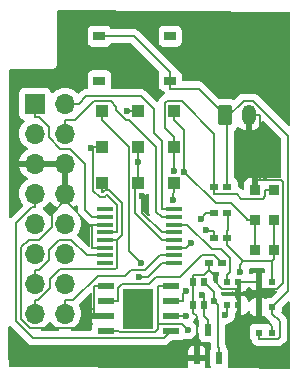
<source format=gbr>
%TF.GenerationSoftware,KiCad,Pcbnew,8.0.0*%
%TF.CreationDate,2024-04-03T23:18:40+02:00*%
%TF.ProjectId,PowerSubsystem,506f7765-7253-4756-9273-797374656d2e,rev?*%
%TF.SameCoordinates,Original*%
%TF.FileFunction,Copper,L1,Top*%
%TF.FilePolarity,Positive*%
%FSLAX46Y46*%
G04 Gerber Fmt 4.6, Leading zero omitted, Abs format (unit mm)*
G04 Created by KiCad (PCBNEW 8.0.0) date 2024-04-03 23:18:40*
%MOMM*%
%LPD*%
G01*
G04 APERTURE LIST*
G04 Aperture macros list*
%AMRoundRect*
0 Rectangle with rounded corners*
0 $1 Rounding radius*
0 $2 $3 $4 $5 $6 $7 $8 $9 X,Y pos of 4 corners*
0 Add a 4 corners polygon primitive as box body*
4,1,4,$2,$3,$4,$5,$6,$7,$8,$9,$2,$3,0*
0 Add four circle primitives for the rounded corners*
1,1,$1+$1,$2,$3*
1,1,$1+$1,$4,$5*
1,1,$1+$1,$6,$7*
1,1,$1+$1,$8,$9*
0 Add four rect primitives between the rounded corners*
20,1,$1+$1,$2,$3,$4,$5,0*
20,1,$1+$1,$4,$5,$6,$7,0*
20,1,$1+$1,$6,$7,$8,$9,0*
20,1,$1+$1,$8,$9,$2,$3,0*%
G04 Aperture macros list end*
%TA.AperFunction,SMDPad,CuDef*%
%ADD10R,0.990600X0.762000*%
%TD*%
%TA.AperFunction,SMDPad,CuDef*%
%ADD11R,1.000000X1.000000*%
%TD*%
%TA.AperFunction,SMDPad,CuDef*%
%ADD12R,0.900000X0.950000*%
%TD*%
%TA.AperFunction,ComponentPad*%
%ADD13RoundRect,0.250000X-0.350000X-0.625000X0.350000X-0.625000X0.350000X0.625000X-0.350000X0.625000X0*%
%TD*%
%TA.AperFunction,ComponentPad*%
%ADD14O,1.200000X1.750000*%
%TD*%
%TA.AperFunction,SMDPad,CuDef*%
%ADD15R,0.750000X0.600000*%
%TD*%
%TA.AperFunction,SMDPad,CuDef*%
%ADD16R,0.482600X1.117600*%
%TD*%
%TA.AperFunction,SMDPad,CuDef*%
%ADD17R,0.605600X0.500000*%
%TD*%
%TA.AperFunction,SMDPad,CuDef*%
%ADD18R,1.475000X0.450000*%
%TD*%
%TA.AperFunction,ComponentPad*%
%ADD19R,1.700000X1.700000*%
%TD*%
%TA.AperFunction,ComponentPad*%
%ADD20O,1.700000X1.700000*%
%TD*%
%TA.AperFunction,SMDPad,CuDef*%
%ADD21R,0.610000X0.630000*%
%TD*%
%TA.AperFunction,SMDPad,CuDef*%
%ADD22R,1.460500X0.558800*%
%TD*%
%TA.AperFunction,SMDPad,CuDef*%
%ADD23R,2.514600X3.403600*%
%TD*%
%TA.AperFunction,SMDPad,CuDef*%
%ADD24R,0.620000X0.640000*%
%TD*%
%TA.AperFunction,SMDPad,CuDef*%
%ADD25R,0.600000X0.620000*%
%TD*%
%TA.AperFunction,ViaPad*%
%ADD26C,0.600000*%
%TD*%
%TA.AperFunction,Conductor*%
%ADD27C,0.200000*%
%TD*%
G04 APERTURE END LIST*
D10*
%TO.P,SW1,1,1*%
%TO.N,/+BATT*%
X121106398Y-67698300D03*
%TO.P,SW1,2,2*%
%TO.N,unconnected-(SW1-Pad2)*%
X127106402Y-67698300D03*
%TO.P,SW1,3,3*%
%TO.N,unconnected-(SW1-Pad3)*%
X121106398Y-71448300D03*
%TO.P,SW1,4,4*%
%TO.N,/+BATT*%
X127106402Y-71448300D03*
%TD*%
D11*
%TO.P,TP_3V3,1,1*%
%TO.N,/BATT_ADC*%
X127460000Y-77070000D03*
%TD*%
D12*
%TO.P,R1,1,1*%
%TO.N,GND*%
X134310000Y-80680000D03*
%TO.P,R1,2,2*%
%TO.N,/BATT_ADC*%
X135910000Y-80680000D03*
%TD*%
D13*
%TO.P,J2,1,Pin_1*%
%TO.N,/+BATT*%
X131760000Y-74380000D03*
D14*
%TO.P,J2,2,Pin_2*%
%TO.N,GND*%
X133760000Y-74380000D03*
%TD*%
D11*
%TO.P,TP1_motor2B1,1,1*%
%TO.N,/Motor2B*%
X124410000Y-74020000D03*
%TD*%
D15*
%TO.P,R7,1,1*%
%TO.N,GND*%
X130345000Y-86880000D03*
%TO.P,R7,2,2*%
%TO.N,Net-(U1-PROG)*%
X131445000Y-86880000D03*
%TD*%
D11*
%TO.P,TP1_motor2A1,1,1*%
%TO.N,/Motor2A*%
X121360000Y-80120000D03*
%TD*%
D15*
%TO.P,R6,1,1*%
%TO.N,Net-(U1-\u002ASTDBY)*%
X130835000Y-84780000D03*
%TO.P,R6,2,2*%
%TO.N,Net-(U1-CE)*%
X131935000Y-84780000D03*
%TD*%
D16*
%TO.P,U2,1,VSS*%
%TO.N,GND*%
X129339999Y-94957600D03*
%TO.P,U2,2,VOUT*%
%TO.N,Net-(U2-VOUT)*%
X131240001Y-94957600D03*
%TO.P,U2,3,VIN*%
%TO.N,VCC2*%
X130290000Y-92570000D03*
%TD*%
D11*
%TO.P,TP1_3.3v1,1,1*%
%TO.N,Net-(U2-VOUT)*%
X121360000Y-74020000D03*
%TD*%
%TO.P,TP2_+BATT1,1,1*%
%TO.N,/+BATT*%
X124410000Y-77070000D03*
%TD*%
%TO.P,TP1_motor1B1,1,1*%
%TO.N,/Motor1B*%
X121360000Y-77070000D03*
%TD*%
%TO.P,TP7_5V_1,1,1*%
%TO.N,VCC1*%
X127460000Y-74020000D03*
%TD*%
%TO.P,TP_5V_2,1,1*%
%TO.N,VCC2*%
X127460000Y-80120000D03*
%TD*%
D15*
%TO.P,R5,1,1*%
%TO.N,Net-(U1-\u002ACHRG)*%
X130835000Y-82630000D03*
%TO.P,R5,2,2*%
%TO.N,Net-(U1-CE)*%
X131935000Y-82630000D03*
%TD*%
%TO.P,R4,1,1*%
%TO.N,/BATT_ADC*%
X130835000Y-80480000D03*
%TO.P,R4,2,2*%
%TO.N,/+BATT*%
X131935000Y-80480000D03*
%TD*%
D12*
%TO.P,R3,1,1*%
%TO.N,VCC1*%
X134310000Y-85780000D03*
%TO.P,R3,2,2*%
%TO.N,Net-(U1-CE)*%
X135910000Y-85780000D03*
%TD*%
D17*
%TO.P,C1,1*%
%TO.N,GND*%
X134624400Y-88469200D03*
%TO.P,C1,2*%
%TO.N,Net-(U1-CE)*%
X135730000Y-88469200D03*
%TD*%
D18*
%TO.P,IC1,1,NSLEEP*%
%TO.N,unconnected-(IC1-NSLEEP-Pad1)*%
X121550000Y-82350000D03*
%TO.P,IC1,2,AOUT1*%
%TO.N,/Motor1A*%
X121550000Y-83000000D03*
%TO.P,IC1,3,AISEN*%
%TO.N,GND*%
X121550000Y-83650000D03*
%TO.P,IC1,4,AOUT2*%
%TO.N,/Motor1B*%
X121550000Y-84300000D03*
%TO.P,IC1,5,BOUT2*%
%TO.N,/Motor2A*%
X121550000Y-84950000D03*
%TO.P,IC1,6,BISEN*%
%TO.N,GND*%
X121550000Y-85600000D03*
%TO.P,IC1,7,BOUT1*%
%TO.N,/Motor2B*%
X121550000Y-86250000D03*
%TO.P,IC1,8,NFAULT*%
%TO.N,unconnected-(IC1-NFAULT-Pad8)*%
X121550000Y-86900000D03*
%TO.P,IC1,9,BIN1*%
%TO.N,/PWM3*%
X127426000Y-86900000D03*
%TO.P,IC1,10,BIN2*%
%TO.N,/PWM4*%
X127426000Y-86250000D03*
%TO.P,IC1,11,VCP*%
%TO.N,Net-(IC1-VCP)*%
X127426000Y-85600000D03*
%TO.P,IC1,12,VM*%
%TO.N,/+BATT*%
X127426000Y-84950000D03*
%TO.P,IC1,13,GND*%
%TO.N,GND*%
X127426000Y-84300000D03*
%TO.P,IC1,14,VINT*%
%TO.N,Net-(IC1-VINT)*%
X127426000Y-83650000D03*
%TO.P,IC1,15,AIN2*%
%TO.N,/PWM2*%
X127426000Y-83000000D03*
%TO.P,IC1,16,AIN1*%
%TO.N,/PWM1*%
X127426000Y-82350000D03*
%TD*%
D12*
%TO.P,R2,1,1*%
%TO.N,VCC1*%
X134310000Y-83230000D03*
%TO.P,R2,2,2*%
%TO.N,Net-(U1-CE)*%
X135910000Y-83230000D03*
%TD*%
D17*
%TO.P,C6,1*%
%TO.N,/+BATT*%
X134624400Y-92790000D03*
%TO.P,C6,2*%
%TO.N,GND*%
X135730000Y-92790000D03*
%TD*%
D19*
%TO.P,J1,1,Pin_1*%
%TO.N,/Motor1A*%
X115660000Y-73410000D03*
D20*
%TO.P,J1,2,Pin_2*%
%TO.N,/PWM1*%
X118200000Y-73410000D03*
%TO.P,J1,3,Pin_3*%
%TO.N,/Motor1B*%
X115660000Y-75950000D03*
%TO.P,J1,4,Pin_4*%
%TO.N,/PWM2*%
X118200000Y-75950000D03*
%TO.P,J1,5,Pin_5*%
%TO.N,GND*%
X115660000Y-78490000D03*
%TO.P,J1,6,Pin_6*%
X118200000Y-78490000D03*
%TO.P,J1,7,Pin_7*%
%TO.N,/+BATT*%
X115660000Y-81030000D03*
%TO.P,J1,8,Pin_8*%
%TO.N,GND*%
X118200000Y-81030000D03*
%TO.P,J1,9,Pin_9*%
%TO.N,/PD7*%
X115660000Y-83570000D03*
%TO.P,J1,10,Pin_10*%
%TO.N,/BATT_ADC*%
X118200000Y-83570000D03*
%TO.P,J1,11,Pin_11*%
%TO.N,VCC1*%
X115660000Y-86110000D03*
%TO.P,J1,12,Pin_12*%
%TO.N,VCC2*%
X118200000Y-86110000D03*
%TO.P,J1,13,Pin_13*%
%TO.N,/Motor2B*%
X115660000Y-88650000D03*
%TO.P,J1,14,Pin_14*%
%TO.N,/PWM3*%
X118200000Y-88650000D03*
%TO.P,J1,15,Pin_15*%
%TO.N,/Motor2A*%
X115660000Y-91190000D03*
%TO.P,J1,16,Pin_16*%
%TO.N,/PWM4*%
X118200000Y-91190000D03*
%TD*%
D21*
%TO.P,C3,1,1*%
%TO.N,Net-(IC1-VINT)*%
X131945000Y-88500000D03*
%TO.P,C3,2,2*%
%TO.N,GND*%
X132865000Y-88500000D03*
%TD*%
D22*
%TO.P,U1,1,TEMP*%
%TO.N,GND*%
X121681750Y-88850000D03*
%TO.P,U1,2,PROG*%
%TO.N,Net-(U1-PROG)*%
X121681750Y-90120000D03*
%TO.P,U1,3,GND*%
%TO.N,GND*%
X121681750Y-91390000D03*
%TO.P,U1,4,VCC*%
%TO.N,Net-(U1-CE)*%
X121681750Y-92660000D03*
%TO.P,U1,5,BAT*%
%TO.N,/+BATT*%
X127130050Y-92660000D03*
%TO.P,U1,6,\u002ASTDBY*%
%TO.N,Net-(U1-\u002ASTDBY)*%
X127130050Y-91390000D03*
%TO.P,U1,7,\u002ACHRG*%
%TO.N,Net-(U1-\u002ACHRG)*%
X127130050Y-90120000D03*
%TO.P,U1,8,CE*%
%TO.N,Net-(U1-CE)*%
X127130050Y-88850000D03*
D23*
%TO.P,U1,EPAD,EPAD*%
%TO.N,unconnected-(U1-PadEPAD)*%
X124405900Y-90755000D03*
%TD*%
D17*
%TO.P,C2,1*%
%TO.N,GND*%
X134624400Y-90629600D03*
%TO.P,C2,2*%
%TO.N,/+BATT*%
X135730000Y-90629600D03*
%TD*%
D24*
%TO.P,C4,1,1*%
%TO.N,GND*%
X129060000Y-88500000D03*
%TO.P,C4,2,2*%
%TO.N,Net-(U2-VOUT)*%
X129980000Y-88500000D03*
%TD*%
D11*
%TO.P,TP6_+BATT1,1,1*%
%TO.N,/+BATT*%
X124410000Y-80120000D03*
%TD*%
D24*
%TO.P,C5,1,1*%
%TO.N,GND*%
X129060000Y-90490000D03*
%TO.P,C5,2,2*%
%TO.N,VCC2*%
X129980000Y-90490000D03*
%TD*%
D25*
%TO.P,C7,1,1*%
%TO.N,Net-(IC1-VCP)*%
X131940000Y-90480000D03*
%TO.P,C7,2,2*%
%TO.N,GND*%
X132860000Y-90480000D03*
%TD*%
D26*
%TO.N,Net-(U2-VOUT)*%
X124624000Y-86892500D03*
X130812800Y-90128500D03*
%TO.N,/+BATT*%
X124410000Y-78334000D03*
%TO.N,Net-(IC1-VCP)*%
X131760400Y-91294900D03*
X128837600Y-85227600D03*
%TO.N,/PWM3*%
X124480200Y-88104100D03*
%TO.N,/Motor1B*%
X120350300Y-77147400D03*
%TO.N,/Motor2B*%
X123406900Y-74002500D03*
%TO.N,/BATT_ADC*%
X127438200Y-79109500D03*
%TO.N,Net-(U1-\u002ACHRG)*%
X128424600Y-89288000D03*
X129669500Y-83164600D03*
%TO.N,Net-(U1-\u002ASTDBY)*%
X128395600Y-91393300D03*
X130131200Y-84076200D03*
%TO.N,VCC2*%
X129792100Y-89641000D03*
X127292700Y-81596300D03*
%TO.N,GND*%
X124730200Y-81219400D03*
%TO.N,VCC1*%
X128261700Y-79183100D03*
%TO.N,Net-(U1-CE)*%
X132991700Y-87655800D03*
X128563000Y-92569100D03*
%TD*%
D27*
%TO.N,Net-(IC1-VINT)*%
X128553600Y-83650000D02*
X127426000Y-83650000D01*
X132160200Y-86488600D02*
X131372600Y-85701000D01*
X132160200Y-87668100D02*
X132160200Y-86488600D01*
X131945000Y-88500000D02*
X131945000Y-87883300D01*
X131372600Y-85701000D02*
X130604600Y-85701000D01*
X131945000Y-87883300D02*
X132160200Y-87668100D01*
X130604600Y-85701000D02*
X128553600Y-83650000D01*
%TO.N,Net-(U2-VOUT)*%
X121360000Y-74821700D02*
X123603800Y-77065500D01*
X130812800Y-90128500D02*
X130812800Y-89332800D01*
X130812800Y-89332800D02*
X129980000Y-88500000D01*
X121360000Y-74020000D02*
X121360000Y-74821700D01*
X131156500Y-94013600D02*
X131156500Y-90472200D01*
X131240000Y-94957600D02*
X131240000Y-94097100D01*
X123603800Y-77065500D02*
X123603800Y-85872300D01*
X131240000Y-94097100D02*
X131156500Y-94013600D01*
X123603800Y-85872300D02*
X124624000Y-86892500D01*
X131156500Y-90472200D02*
X130812800Y-90128500D01*
%TO.N,/+BATT*%
X124039100Y-67698300D02*
X127106400Y-70765600D01*
X115470700Y-93258700D02*
X126531400Y-93258700D01*
X114058900Y-91846900D02*
X115470700Y-93258700D01*
X121106400Y-67698300D02*
X124039100Y-67698300D01*
X133311600Y-73178400D02*
X131935000Y-74555000D01*
X137095100Y-89271000D02*
X137095100Y-76125600D01*
X135730000Y-91181300D02*
X136387000Y-91838300D01*
X127426000Y-84950000D02*
X126386800Y-84950000D01*
X136387000Y-93148100D02*
X136193400Y-93341700D01*
X124410000Y-80120000D02*
X124128000Y-80402000D01*
X115660000Y-82181700D02*
X115372100Y-82181700D01*
X131935000Y-74555000D02*
X131760000Y-74380000D01*
X129511000Y-72131000D02*
X127106400Y-72131000D01*
X131760000Y-74380000D02*
X129511000Y-72131000D01*
X126531400Y-93258700D02*
X127130100Y-92660000D01*
X114058900Y-83494900D02*
X114058900Y-91846900D01*
X131935000Y-80480000D02*
X131935000Y-74555000D01*
X136193400Y-93341700D02*
X134624400Y-93341700D01*
X127106400Y-71448300D02*
X127106400Y-70765600D01*
X134147900Y-73178400D02*
X133311600Y-73178400D01*
X124128000Y-82691200D02*
X126386800Y-84950000D01*
X136387000Y-91838300D02*
X136387000Y-93148100D01*
X115660000Y-81030000D02*
X115660000Y-82181700D01*
X124410000Y-77070000D02*
X124410000Y-78334000D01*
X124410000Y-78334000D02*
X124410000Y-80120000D01*
X135730000Y-90636100D02*
X137095100Y-89271000D01*
X134624400Y-92790000D02*
X134624400Y-93341700D01*
X135730000Y-90629600D02*
X135730000Y-90636100D01*
X127106400Y-71448300D02*
X127106400Y-72131000D01*
X124128000Y-80402000D02*
X124128000Y-82691200D01*
X115372100Y-82181700D02*
X114058900Y-83494900D01*
X135730000Y-90636100D02*
X135730000Y-91181300D01*
X137095100Y-76125600D02*
X134147900Y-73178400D01*
%TO.N,Net-(IC1-VCP)*%
X127426000Y-85600000D02*
X128465200Y-85600000D01*
X131760400Y-91271300D02*
X131760400Y-91294900D01*
X128837600Y-85227600D02*
X128465200Y-85600000D01*
X131940000Y-90480000D02*
X131940000Y-91091700D01*
X131940000Y-91091700D02*
X131760400Y-91271300D01*
%TO.N,/PWM4*%
X127426000Y-86250000D02*
X126206700Y-86250000D01*
X123308500Y-87966400D02*
X120950600Y-87966400D01*
X118878700Y-90038300D02*
X118200000Y-90038300D01*
X123779100Y-87495800D02*
X123308500Y-87966400D01*
X118200000Y-91190000D02*
X118200000Y-90038300D01*
X120950600Y-87966400D02*
X118878700Y-90038300D01*
X124960900Y-87495800D02*
X123779100Y-87495800D01*
X126206700Y-86250000D02*
X124960900Y-87495800D01*
%TO.N,/PWM2*%
X118200000Y-75950000D02*
X118200000Y-74798300D01*
X123367500Y-74821700D02*
X123635700Y-74821700D01*
X127426000Y-83000000D02*
X126386800Y-83000000D01*
X120655000Y-73218300D02*
X122051300Y-73218300D01*
X119075000Y-74798300D02*
X120655000Y-73218300D01*
X122529200Y-73696200D02*
X122529200Y-73983400D01*
X122051300Y-73218300D02*
X122529200Y-73696200D01*
X125932200Y-82545400D02*
X126386800Y-83000000D01*
X123635700Y-74821700D02*
X125932200Y-77118200D01*
X125932200Y-77118200D02*
X125932200Y-82545400D01*
X118200000Y-74798300D02*
X119075000Y-74798300D01*
X122529200Y-73983400D02*
X123367500Y-74821700D01*
%TO.N,/Motor1A*%
X116811700Y-76250100D02*
X116811700Y-75425400D01*
X115948000Y-74561700D02*
X115660000Y-74561700D01*
X120510800Y-83000000D02*
X119895700Y-82384900D01*
X118634600Y-77220000D02*
X117781600Y-77220000D01*
X116811700Y-75425400D02*
X115948000Y-74561700D01*
X115660000Y-73410000D02*
X115660000Y-74561700D01*
X119895700Y-78481100D02*
X118634600Y-77220000D01*
X117781600Y-77220000D02*
X116811700Y-76250100D01*
X121550000Y-83000000D02*
X120510800Y-83000000D01*
X119895700Y-82384900D02*
X119895700Y-78481100D01*
%TO.N,/PWM3*%
X127426000Y-86900000D02*
X126386800Y-86900000D01*
X125182700Y-88104100D02*
X124480200Y-88104100D01*
X126386800Y-86900000D02*
X125182700Y-88104100D01*
%TO.N,/Motor1B*%
X120558300Y-77070000D02*
X120427700Y-77070000D01*
X121550000Y-84300000D02*
X122589200Y-84300000D01*
X121538400Y-81323400D02*
X121116600Y-81323400D01*
X122589200Y-81971200D02*
X121781200Y-81163200D01*
X121116600Y-81323400D02*
X120558300Y-80765100D01*
X121360000Y-77070000D02*
X120558300Y-77070000D01*
X121698600Y-81163200D02*
X121538400Y-81323400D01*
X121781200Y-81163200D02*
X121698600Y-81163200D01*
X120558300Y-80765100D02*
X120558300Y-77070000D01*
X122589200Y-84300000D02*
X122589200Y-81971200D01*
X120427700Y-77070000D02*
X120350300Y-77147400D01*
%TO.N,/PWM1*%
X119351700Y-73410000D02*
X119975300Y-72786400D01*
X125725300Y-73892500D02*
X125725300Y-75922700D01*
X126386800Y-76584200D02*
X126386800Y-82350000D01*
X127426000Y-82350000D02*
X126386800Y-82350000D01*
X124619200Y-72786400D02*
X125725300Y-73892500D01*
X125725300Y-75922700D02*
X126386800Y-76584200D01*
X118200000Y-73410000D02*
X119351700Y-73410000D01*
X119975300Y-72786400D02*
X124619200Y-72786400D01*
%TO.N,/Motor2B*%
X123590800Y-74002500D02*
X123406900Y-74002500D01*
X124410000Y-74020000D02*
X123608300Y-74020000D01*
X115660000Y-88650000D02*
X115660000Y-87498300D01*
X123608300Y-74020000D02*
X123590800Y-74002500D01*
X116811700Y-86634600D02*
X116811700Y-85809900D01*
X118686500Y-84922600D02*
X120013900Y-86250000D01*
X117699000Y-84922600D02*
X118686500Y-84922600D01*
X115660000Y-87498300D02*
X115948000Y-87498300D01*
X116811700Y-85809900D02*
X117699000Y-84922600D01*
X115948000Y-87498300D02*
X116811700Y-86634600D01*
X120013900Y-86250000D02*
X121550000Y-86250000D01*
%TO.N,/Motor2A*%
X122069600Y-84950000D02*
X122488400Y-84950000D01*
X115928500Y-90038300D02*
X115660000Y-90038300D01*
X121906200Y-80720200D02*
X121573600Y-80720200D01*
X117734900Y-87426700D02*
X116930000Y-88231600D01*
X122587700Y-84950000D02*
X122589200Y-84951500D01*
X122456700Y-87426700D02*
X117734900Y-87426700D01*
X122990900Y-84548300D02*
X122990900Y-81804900D01*
X122069600Y-84950000D02*
X121550000Y-84950000D01*
X121360000Y-80120000D02*
X121360000Y-80921700D01*
X115660000Y-91190000D02*
X115660000Y-90038300D01*
X121361600Y-80920200D02*
X121360100Y-80921700D01*
X122990900Y-81804900D02*
X121906200Y-80720200D01*
X122589200Y-84950000D02*
X122990900Y-84548300D01*
X122589200Y-87294200D02*
X122456700Y-87426700D01*
X116930000Y-89036800D02*
X115928500Y-90038300D01*
X122589200Y-84951500D02*
X122589200Y-87294200D01*
X116930000Y-88231600D02*
X116930000Y-89036800D01*
X121573600Y-80720200D02*
X121373600Y-80920200D01*
X121373600Y-80920200D02*
X121361600Y-80920200D01*
X122488400Y-84950000D02*
X122587700Y-84950000D01*
X122587700Y-84950000D02*
X122589200Y-84950000D01*
X121360100Y-80921700D02*
X121360000Y-80921700D01*
%TO.N,/BATT_ADC*%
X127460000Y-76268300D02*
X126640500Y-75448800D01*
X127460000Y-77871700D02*
X127438200Y-77893500D01*
X127460000Y-77070000D02*
X127460000Y-76268300D01*
X127460000Y-77070000D02*
X127460000Y-77871700D01*
X135910000Y-80680000D02*
X135158300Y-80680000D01*
X135158300Y-80680000D02*
X135158300Y-81243800D01*
X133104700Y-81456700D02*
X132729700Y-81081700D01*
X134945400Y-81456700D02*
X133104700Y-81456700D01*
X126797100Y-73218300D02*
X128089700Y-73218300D01*
X130835000Y-75963600D02*
X130835000Y-80480000D01*
X126640500Y-75448800D02*
X126640500Y-73374900D01*
X132729700Y-81081700D02*
X130835000Y-81081700D01*
X127438200Y-77893500D02*
X127438200Y-79109500D01*
X130835000Y-80480000D02*
X130835000Y-81081700D01*
X126640500Y-73374900D02*
X126797100Y-73218300D01*
X135158300Y-81243800D02*
X134945400Y-81456700D01*
X128089700Y-73218300D02*
X130835000Y-75963600D01*
%TO.N,Net-(U1-\u002ACHRG)*%
X127130100Y-90120000D02*
X128162100Y-90120000D01*
X130158300Y-82675800D02*
X129669500Y-83164600D01*
X128162100Y-90120000D02*
X128162100Y-89550500D01*
X130835000Y-82630000D02*
X130158300Y-82630000D01*
X130158300Y-82630000D02*
X130158300Y-82675800D01*
X128162100Y-89550500D02*
X128424600Y-89288000D01*
%TO.N,Net-(U1-\u002ASTDBY)*%
X128395600Y-91393300D02*
X128165400Y-91393300D01*
X128165400Y-91393300D02*
X128162100Y-91390000D01*
X130233300Y-84178300D02*
X130131200Y-84076200D01*
X130835000Y-84178300D02*
X130233300Y-84178300D01*
X130835000Y-84780000D02*
X130835000Y-84178300D01*
X127130100Y-91390000D02*
X128162100Y-91390000D01*
%TO.N,VCC2*%
X129980000Y-90490000D02*
X129980000Y-89868300D01*
X130290000Y-91709500D02*
X129980000Y-91399500D01*
X127460000Y-80120000D02*
X127460000Y-80921700D01*
X129980000Y-89868300D02*
X129792100Y-89680400D01*
X129980000Y-91399500D02*
X129980000Y-90490000D01*
X127460000Y-80921700D02*
X127292700Y-81089000D01*
X130290000Y-92570000D02*
X130290000Y-91709500D01*
X127292700Y-81089000D02*
X127292700Y-81596300D01*
X129792100Y-89680400D02*
X129792100Y-89641000D01*
%TO.N,GND*%
X132860000Y-89121700D02*
X132860000Y-90480000D01*
X134624400Y-88469200D02*
X134322200Y-88469200D01*
X134624400Y-89063100D02*
X136154100Y-89063100D01*
X132865000Y-88808300D02*
X132865000Y-89116700D01*
X118200000Y-81605800D02*
X120244200Y-83650000D01*
X114497500Y-85580400D02*
X115132300Y-84945600D01*
X129060000Y-90490000D02*
X129060000Y-91111700D01*
X134310000Y-80680000D02*
X134310000Y-79903300D01*
X130769800Y-88376100D02*
X130769800Y-87906500D01*
X136154100Y-89063100D02*
X136662900Y-88554300D01*
X118200000Y-81030000D02*
X118200000Y-81605800D01*
X135681400Y-92238300D02*
X135730000Y-92238300D01*
X120510800Y-85600000D02*
X120510800Y-83650000D01*
X134624400Y-88771400D02*
X134624400Y-89063100D01*
X135730000Y-92790000D02*
X135730000Y-92238300D01*
X115948500Y-84945600D02*
X117048300Y-83845800D01*
X129948400Y-87878300D02*
X130345000Y-87481700D01*
X130769800Y-87906500D02*
X130345000Y-87481700D01*
X132865000Y-88500000D02*
X132865000Y-88808300D01*
X129060000Y-87878300D02*
X129948400Y-87878300D01*
X114497500Y-91663800D02*
X114497500Y-85580400D01*
X132865000Y-89116700D02*
X132860000Y-89121700D01*
X121681800Y-88850000D02*
X120649900Y-88850000D01*
X120649900Y-88850000D02*
X120649900Y-91390000D01*
X121550000Y-83650000D02*
X120510800Y-83650000D01*
X129340000Y-94957600D02*
X129340000Y-94097100D01*
X117048300Y-82757500D02*
X118200000Y-81605800D01*
X132860000Y-89121700D02*
X131515400Y-89121700D01*
X129340000Y-94097100D02*
X129340000Y-91391700D01*
X134624400Y-90629600D02*
X134624400Y-91181300D01*
X121550000Y-85600000D02*
X120510800Y-85600000D01*
X133989100Y-88500000D02*
X134019900Y-88469200D01*
X129060000Y-90490000D02*
X129060000Y-88500000D01*
X132865000Y-88500000D02*
X133989100Y-88500000D01*
X118200000Y-78490000D02*
X116811700Y-78490000D01*
X136444700Y-79862900D02*
X134661700Y-79862900D01*
X115660000Y-78490000D02*
X116811700Y-78490000D01*
X118200000Y-78490000D02*
X118200000Y-81030000D01*
X129340000Y-91391700D02*
X129060000Y-91111700D01*
X136662900Y-88554300D02*
X136662900Y-80081100D01*
X129060000Y-88500000D02*
X129060000Y-87878300D01*
X124730200Y-82643400D02*
X124730200Y-81219400D01*
X126386800Y-84300000D02*
X124730200Y-82643400D01*
X117048300Y-83845800D02*
X117048300Y-82757500D01*
X134322200Y-88469200D02*
X134624400Y-88771400D01*
X131515400Y-89121700D02*
X130769800Y-88376100D01*
X121681800Y-91390000D02*
X120649900Y-91390000D01*
X134322200Y-88469200D02*
X134019900Y-88469200D01*
X120244200Y-83650000D02*
X120510800Y-83650000D01*
X134310000Y-79903300D02*
X134621300Y-79903300D01*
X115199100Y-92365400D02*
X114497500Y-91663800D01*
X130345000Y-86880000D02*
X130345000Y-87481700D01*
X119674500Y-92365400D02*
X115199100Y-92365400D01*
X133760000Y-74380000D02*
X134661700Y-74380000D01*
X120649900Y-91390000D02*
X119674500Y-92365400D01*
X136662900Y-80081100D02*
X136444700Y-79862900D01*
X127426000Y-84300000D02*
X126386800Y-84300000D01*
X115132300Y-84945600D02*
X115948500Y-84945600D01*
X134621300Y-79903300D02*
X134661700Y-79862900D01*
X134624400Y-89063100D02*
X134624400Y-90629600D01*
X134624400Y-91181300D02*
X135681400Y-92238300D01*
X134661700Y-79862900D02*
X134661700Y-74380000D01*
%TO.N,VCC1*%
X127460000Y-74020000D02*
X127460000Y-74821700D01*
X127460000Y-74821700D02*
X128261700Y-75623400D01*
X128261700Y-75623400D02*
X128261700Y-79183100D01*
X132279200Y-81856900D02*
X133558300Y-83136000D01*
X134310000Y-85780000D02*
X134310000Y-83230000D01*
X130935500Y-81856900D02*
X132279200Y-81856900D01*
X134310000Y-83230000D02*
X133558300Y-83230000D01*
X133558300Y-83136000D02*
X133558300Y-83230000D01*
X128261700Y-79183100D02*
X130935500Y-81856900D01*
%TO.N,Net-(U1-CE)*%
X133290000Y-86736700D02*
X131935000Y-85381700D01*
X135730000Y-88469200D02*
X135730000Y-87917500D01*
X132991700Y-87035000D02*
X132991700Y-87655800D01*
X131935000Y-84672200D02*
X131935000Y-84178300D01*
X133290000Y-86736700D02*
X132991700Y-87035000D01*
X122713800Y-92660000D02*
X122812300Y-92758500D01*
X131991000Y-84122300D02*
X131991000Y-82630000D01*
X135730000Y-86736700D02*
X133290000Y-86736700D01*
X127130100Y-88850000D02*
X126098200Y-88850000D01*
X126098200Y-92448500D02*
X126098200Y-92078900D01*
X135910000Y-85780000D02*
X135910000Y-83230000D01*
X128563000Y-92569100D02*
X128072800Y-92078900D01*
X131935000Y-84780000D02*
X131935000Y-85381700D01*
X125788200Y-92758500D02*
X126098200Y-92448500D01*
X135730000Y-86736700D02*
X135910000Y-86556700D01*
X131935000Y-84178300D02*
X131991000Y-84122300D01*
X131935000Y-84672200D02*
X131935000Y-84780000D01*
X135730000Y-87917500D02*
X135730000Y-86736700D01*
X135910000Y-85780000D02*
X135910000Y-86556700D01*
X126098200Y-92078900D02*
X126098200Y-88850000D01*
X121681800Y-92660000D02*
X122713800Y-92660000D01*
X122812300Y-92758500D02*
X125788200Y-92758500D01*
X131935000Y-82630000D02*
X131991000Y-82630000D01*
X128072800Y-92078900D02*
X126098200Y-92078900D01*
%TO.N,Net-(U1-PROG)*%
X130830100Y-86263400D02*
X131445000Y-86878300D01*
X122713800Y-90120000D02*
X122713800Y-89049400D01*
X121681800Y-90120000D02*
X122713800Y-90120000D01*
X127948100Y-88105800D02*
X129790500Y-86263400D01*
X125931600Y-88105800D02*
X127948100Y-88105800D01*
X122713800Y-89049400D02*
X123050700Y-88712500D01*
X131445000Y-86878300D02*
X131445000Y-86880000D01*
X125324900Y-88712500D02*
X125931600Y-88105800D01*
X123050700Y-88712500D02*
X125324900Y-88712500D01*
X129790500Y-86263400D02*
X130830100Y-86263400D01*
%TD*%
%TA.AperFunction,Conductor*%
%TO.N,GND*%
G36*
X135072539Y-87356885D02*
G01*
X135118294Y-87409689D01*
X135129500Y-87461200D01*
X135129500Y-87597761D01*
X135109815Y-87664800D01*
X135057011Y-87710555D01*
X134992245Y-87721051D01*
X134975028Y-87719200D01*
X134874400Y-87719200D01*
X134874400Y-89219200D01*
X134975028Y-89219200D01*
X134975044Y-89219199D01*
X135034572Y-89212798D01*
X135034576Y-89212797D01*
X135133151Y-89176031D01*
X135202843Y-89171047D01*
X135219816Y-89176030D01*
X135319717Y-89213291D01*
X135379327Y-89219700D01*
X135997803Y-89219699D01*
X136064842Y-89239383D01*
X136110597Y-89292187D01*
X136120541Y-89361346D01*
X136091516Y-89424902D01*
X136085484Y-89431380D01*
X135674082Y-89842781D01*
X135612759Y-89876266D01*
X135586402Y-89879100D01*
X135379330Y-89879100D01*
X135379323Y-89879101D01*
X135319715Y-89885509D01*
X135219817Y-89922768D01*
X135150126Y-89927752D01*
X135133152Y-89922768D01*
X135034580Y-89886003D01*
X135034572Y-89886001D01*
X134975044Y-89879600D01*
X134874400Y-89879600D01*
X134874400Y-91379600D01*
X134975028Y-91379600D01*
X134975044Y-91379599D01*
X135034572Y-91373198D01*
X135042124Y-91371414D01*
X135042795Y-91374253D01*
X135098810Y-91370243D01*
X135160136Y-91403722D01*
X135179849Y-91429411D01*
X135249477Y-91550012D01*
X135249481Y-91550017D01*
X135368349Y-91668885D01*
X135368355Y-91668890D01*
X135527784Y-91828319D01*
X135561269Y-91889642D01*
X135556285Y-91959334D01*
X135514413Y-92015267D01*
X135448949Y-92039684D01*
X135440103Y-92040000D01*
X135379355Y-92040000D01*
X135319827Y-92046401D01*
X135319817Y-92046403D01*
X135221246Y-92083168D01*
X135151555Y-92088152D01*
X135134581Y-92083168D01*
X135034686Y-92045910D01*
X135034685Y-92045909D01*
X135034683Y-92045909D01*
X134975073Y-92039500D01*
X134975063Y-92039500D01*
X134273729Y-92039500D01*
X134273723Y-92039501D01*
X134214116Y-92045908D01*
X134079271Y-92096202D01*
X134079264Y-92096206D01*
X133964055Y-92182452D01*
X133964052Y-92182455D01*
X133877806Y-92297664D01*
X133877802Y-92297671D01*
X133831499Y-92421818D01*
X133827509Y-92432517D01*
X133821100Y-92492127D01*
X133821100Y-92492134D01*
X133821100Y-92492135D01*
X133821100Y-93087870D01*
X133821101Y-93087876D01*
X133827508Y-93147483D01*
X133877802Y-93282328D01*
X133877803Y-93282329D01*
X133877804Y-93282331D01*
X133964054Y-93397546D01*
X133996780Y-93422044D01*
X134038650Y-93477977D01*
X134042242Y-93489215D01*
X134064821Y-93573479D01*
X134064826Y-93573490D01*
X134143875Y-93710409D01*
X134143879Y-93710414D01*
X134143880Y-93710416D01*
X134255684Y-93822220D01*
X134255686Y-93822221D01*
X134255690Y-93822224D01*
X134343664Y-93873015D01*
X134392616Y-93901277D01*
X134545343Y-93942200D01*
X134703457Y-93942200D01*
X136106731Y-93942200D01*
X136106747Y-93942201D01*
X136114343Y-93942201D01*
X136272454Y-93942201D01*
X136272457Y-93942201D01*
X136425185Y-93901277D01*
X136487471Y-93865316D01*
X136562116Y-93822220D01*
X136673920Y-93710416D01*
X136673920Y-93710415D01*
X136691348Y-93692987D01*
X136691353Y-93692980D01*
X136867520Y-93516816D01*
X136946577Y-93379884D01*
X136987501Y-93227157D01*
X136987501Y-93069042D01*
X136987501Y-93061447D01*
X136987500Y-93061429D01*
X136987500Y-91759245D01*
X136987499Y-91759241D01*
X136983099Y-91742820D01*
X136961453Y-91662032D01*
X136955555Y-91640018D01*
X136946578Y-91606519D01*
X136946577Y-91606515D01*
X136925051Y-91569231D01*
X136900486Y-91526683D01*
X136900485Y-91526682D01*
X136870158Y-91474154D01*
X136867520Y-91469584D01*
X136755716Y-91357780D01*
X136755715Y-91357779D01*
X136751385Y-91353449D01*
X136751374Y-91353439D01*
X136544699Y-91146764D01*
X136511214Y-91085441D01*
X136516197Y-91015752D01*
X136526891Y-90987083D01*
X136533300Y-90927473D01*
X136533299Y-90733396D01*
X136552983Y-90666357D01*
X136569613Y-90645720D01*
X137063902Y-90151431D01*
X137125223Y-90117948D01*
X137194915Y-90122932D01*
X137250848Y-90164804D01*
X137275265Y-90230268D01*
X137275581Y-90239035D01*
X137279096Y-95730876D01*
X137259454Y-95797928D01*
X137206680Y-95843716D01*
X137154198Y-95854952D01*
X132080609Y-95818203D01*
X132013714Y-95798033D01*
X131968342Y-95744899D01*
X131958900Y-95675670D01*
X131965326Y-95650871D01*
X131969884Y-95638652D01*
X131975392Y-95623883D01*
X131981801Y-95564273D01*
X131981800Y-94350928D01*
X131975392Y-94291317D01*
X131928361Y-94165221D01*
X131925098Y-94156471D01*
X131925097Y-94156469D01*
X131883358Y-94100713D01*
X131863998Y-94074851D01*
X131843918Y-94025541D01*
X131842604Y-94025894D01*
X131840501Y-94018045D01*
X131840501Y-94018043D01*
X131799577Y-93865315D01*
X131796047Y-93859201D01*
X131773613Y-93820343D01*
X131757000Y-93758343D01*
X131757000Y-92211661D01*
X131776685Y-92144622D01*
X131829489Y-92098867D01*
X131867118Y-92088441D01*
X131939649Y-92080269D01*
X131939652Y-92080268D01*
X131939655Y-92080268D01*
X132109922Y-92020689D01*
X132262662Y-91924716D01*
X132390216Y-91797162D01*
X132486189Y-91644422D01*
X132545768Y-91474155D01*
X132550810Y-91429411D01*
X132556138Y-91382120D01*
X132583204Y-91317706D01*
X132591678Y-91308321D01*
X132610000Y-91289999D01*
X132610000Y-91172180D01*
X132629685Y-91105141D01*
X132634721Y-91097885D01*
X132683796Y-91032331D01*
X132734091Y-90897483D01*
X132740500Y-90837873D01*
X132740499Y-90122128D01*
X132734091Y-90062517D01*
X132718999Y-90022054D01*
X132683797Y-89927671D01*
X132683795Y-89927668D01*
X132634733Y-89862129D01*
X132610316Y-89796664D01*
X132610000Y-89787818D01*
X132610000Y-89670000D01*
X133110000Y-89670000D01*
X133110000Y-91290000D01*
X133207828Y-91290000D01*
X133207844Y-91289999D01*
X133267372Y-91283598D01*
X133267379Y-91283596D01*
X133402086Y-91233354D01*
X133402093Y-91233350D01*
X133517187Y-91147190D01*
X133517190Y-91147187D01*
X133603350Y-91032093D01*
X133603352Y-91032089D01*
X133607906Y-91019880D01*
X133649775Y-90963944D01*
X133715238Y-90939524D01*
X133783512Y-90954373D01*
X133832920Y-91003776D01*
X133840272Y-91019875D01*
X133878245Y-91121686D01*
X133878249Y-91121693D01*
X133964409Y-91236787D01*
X133964412Y-91236790D01*
X134079506Y-91322950D01*
X134079513Y-91322954D01*
X134214220Y-91373196D01*
X134214227Y-91373198D01*
X134273755Y-91379599D01*
X134273772Y-91379600D01*
X134374400Y-91379600D01*
X134374400Y-89879600D01*
X134273755Y-89879600D01*
X134214227Y-89886001D01*
X134214220Y-89886003D01*
X134079513Y-89936245D01*
X134079506Y-89936249D01*
X133964412Y-90022409D01*
X133877716Y-90138219D01*
X133821782Y-90180089D01*
X133752090Y-90185073D01*
X133690768Y-90151587D01*
X133657283Y-90090263D01*
X133655160Y-90077161D01*
X133653596Y-90062620D01*
X133603354Y-89927913D01*
X133603350Y-89927906D01*
X133517190Y-89812812D01*
X133517187Y-89812809D01*
X133402093Y-89726649D01*
X133402086Y-89726645D01*
X133267379Y-89676403D01*
X133267372Y-89676401D01*
X133207844Y-89670000D01*
X133110000Y-89670000D01*
X132610000Y-89670000D01*
X132512155Y-89670000D01*
X132452627Y-89676401D01*
X132452618Y-89676403D01*
X132444042Y-89679602D01*
X132374350Y-89684583D01*
X132357382Y-89679600D01*
X132347489Y-89675910D01*
X132347484Y-89675909D01*
X132347483Y-89675909D01*
X132287873Y-89669500D01*
X132287863Y-89669500D01*
X131592129Y-89669500D01*
X131592120Y-89669501D01*
X131553925Y-89673607D01*
X131485166Y-89661200D01*
X131443722Y-89627625D01*
X131440349Y-89623395D01*
X131413944Y-89558707D01*
X131413300Y-89546087D01*
X131413300Y-89434319D01*
X131432985Y-89367280D01*
X131485789Y-89321525D01*
X131550554Y-89311030D01*
X131592127Y-89315500D01*
X132297872Y-89315499D01*
X132357483Y-89309091D01*
X132362373Y-89307266D01*
X132432063Y-89302277D01*
X132449051Y-89307265D01*
X132452623Y-89308597D01*
X132452627Y-89308598D01*
X132512155Y-89314999D01*
X132512172Y-89315000D01*
X132615000Y-89315000D01*
X132615000Y-89203859D01*
X132634685Y-89136820D01*
X132639720Y-89129566D01*
X132693796Y-89057331D01*
X132744091Y-88922483D01*
X132750500Y-88862873D01*
X132750499Y-88572942D01*
X132770183Y-88505905D01*
X132822987Y-88460150D01*
X132888382Y-88449724D01*
X132919594Y-88453240D01*
X132998621Y-88462145D01*
X132998462Y-88463556D01*
X133058039Y-88481050D01*
X133103794Y-88533854D01*
X133115000Y-88585365D01*
X133115000Y-89315000D01*
X133217828Y-89315000D01*
X133217844Y-89314999D01*
X133277372Y-89308598D01*
X133277379Y-89308596D01*
X133412086Y-89258354D01*
X133412093Y-89258350D01*
X133527187Y-89172190D01*
X133527190Y-89172187D01*
X133613350Y-89057093D01*
X133613355Y-89057084D01*
X133647483Y-88965582D01*
X133689354Y-88909648D01*
X133754818Y-88885230D01*
X133823091Y-88900081D01*
X133872497Y-88949486D01*
X133876049Y-88957264D01*
X133878249Y-88961293D01*
X133964409Y-89076387D01*
X133964412Y-89076390D01*
X134079506Y-89162550D01*
X134079513Y-89162554D01*
X134214220Y-89212796D01*
X134214227Y-89212798D01*
X134273755Y-89219199D01*
X134273772Y-89219200D01*
X134374400Y-89219200D01*
X134374400Y-87719200D01*
X134273755Y-87719200D01*
X134214227Y-87725601D01*
X134214220Y-87725603D01*
X134079513Y-87775845D01*
X134079506Y-87775849D01*
X133986144Y-87845741D01*
X133920680Y-87870159D01*
X133852407Y-87855308D01*
X133803001Y-87805903D01*
X133788149Y-87737630D01*
X133788613Y-87732591D01*
X133797265Y-87655802D01*
X133797265Y-87655796D01*
X133776904Y-87475083D01*
X133788959Y-87406261D01*
X133836308Y-87354882D01*
X133900124Y-87337200D01*
X135005500Y-87337200D01*
X135072539Y-87356885D01*
G37*
%TD.AperFunction*%
%TA.AperFunction,Conductor*%
G36*
X113599950Y-92237601D02*
G01*
X113606193Y-92243429D01*
X113697249Y-92334485D01*
X113697254Y-92334489D01*
X115101984Y-93739220D01*
X115101986Y-93739221D01*
X115101990Y-93739224D01*
X115238909Y-93818273D01*
X115238916Y-93818277D01*
X115391643Y-93859201D01*
X115391645Y-93859201D01*
X115557354Y-93859201D01*
X115557370Y-93859200D01*
X126444731Y-93859200D01*
X126444747Y-93859201D01*
X126452343Y-93859201D01*
X126610454Y-93859201D01*
X126610457Y-93859201D01*
X126763185Y-93818277D01*
X126813304Y-93789339D01*
X126900116Y-93739220D01*
X127011920Y-93627416D01*
X127011921Y-93627414D01*
X127163116Y-93476217D01*
X127224439Y-93442733D01*
X127250797Y-93439899D01*
X127908171Y-93439899D01*
X127908172Y-93439899D01*
X127967783Y-93433491D01*
X128102631Y-93383196D01*
X128165431Y-93336183D01*
X128230892Y-93311767D01*
X128280695Y-93318410D01*
X128383737Y-93354466D01*
X128383743Y-93354467D01*
X128383745Y-93354468D01*
X128383746Y-93354468D01*
X128383750Y-93354469D01*
X128562996Y-93374665D01*
X128563000Y-93374665D01*
X128563004Y-93374665D01*
X128742249Y-93354469D01*
X128742252Y-93354468D01*
X128742255Y-93354468D01*
X128912522Y-93294889D01*
X129065262Y-93198916D01*
X129192816Y-93071362D01*
X129288789Y-92918622D01*
X129307158Y-92866125D01*
X129347879Y-92809349D01*
X129412831Y-92783601D01*
X129481393Y-92797057D01*
X129531797Y-92845443D01*
X129548200Y-92907079D01*
X129548200Y-93176669D01*
X129548201Y-93176676D01*
X129554608Y-93236283D01*
X129604902Y-93371128D01*
X129604906Y-93371135D01*
X129691152Y-93486344D01*
X129691155Y-93486347D01*
X129806364Y-93572593D01*
X129806371Y-93572597D01*
X129851318Y-93589361D01*
X129941217Y-93622891D01*
X130000827Y-93629300D01*
X130432000Y-93629299D01*
X130499039Y-93648983D01*
X130544794Y-93701787D01*
X130556000Y-93753299D01*
X130556000Y-93926930D01*
X130555999Y-93926948D01*
X130555999Y-94092655D01*
X130557060Y-94100713D01*
X130554969Y-94100988D01*
X130553563Y-94159663D01*
X130551639Y-94165221D01*
X130504610Y-94291314D01*
X130504609Y-94291316D01*
X130498202Y-94350916D01*
X130498202Y-94350923D01*
X130498201Y-94350935D01*
X130498201Y-95564270D01*
X130498202Y-95564276D01*
X130504610Y-95623886D01*
X130510117Y-95638652D01*
X130515099Y-95708343D01*
X130481612Y-95769665D01*
X130420288Y-95803148D01*
X130393036Y-95805978D01*
X130185195Y-95804472D01*
X130118299Y-95784302D01*
X130072928Y-95731168D01*
X130063486Y-95661939D01*
X130069913Y-95637137D01*
X130074896Y-95623778D01*
X130074897Y-95623772D01*
X130081298Y-95564244D01*
X130081299Y-95564227D01*
X130081299Y-95198900D01*
X128598699Y-95198900D01*
X128598699Y-95564244D01*
X128605100Y-95623772D01*
X128605101Y-95623777D01*
X128605501Y-95624848D01*
X128605564Y-95625736D01*
X128606886Y-95631330D01*
X128605980Y-95631544D01*
X128610487Y-95694539D01*
X128577003Y-95755863D01*
X128515681Y-95789350D01*
X128488422Y-95792181D01*
X113542676Y-95683923D01*
X113475781Y-95663753D01*
X113430409Y-95610619D01*
X113419594Y-95562130D01*
X113404557Y-94716300D01*
X128598699Y-94716300D01*
X129098699Y-94716300D01*
X129098699Y-93898800D01*
X129581299Y-93898800D01*
X129581299Y-94716300D01*
X130081299Y-94716300D01*
X130081299Y-94350972D01*
X130081298Y-94350955D01*
X130074897Y-94291427D01*
X130074895Y-94291420D01*
X130024653Y-94156713D01*
X130024649Y-94156706D01*
X129938489Y-94041612D01*
X129938486Y-94041609D01*
X129823392Y-93955449D01*
X129823385Y-93955445D01*
X129688678Y-93905203D01*
X129688671Y-93905201D01*
X129629143Y-93898800D01*
X129581299Y-93898800D01*
X129098699Y-93898800D01*
X129050854Y-93898800D01*
X128991326Y-93905201D01*
X128991319Y-93905203D01*
X128856612Y-93955445D01*
X128856605Y-93955449D01*
X128741511Y-94041609D01*
X128741508Y-94041612D01*
X128655348Y-94156706D01*
X128655344Y-94156713D01*
X128605102Y-94291420D01*
X128605100Y-94291427D01*
X128598699Y-94350955D01*
X128598699Y-94716300D01*
X113404557Y-94716300D01*
X113397004Y-94291427D01*
X113390533Y-93927448D01*
X113390514Y-93924938D01*
X113394512Y-92330796D01*
X113414365Y-92263809D01*
X113467284Y-92218187D01*
X113536467Y-92208417D01*
X113599950Y-92237601D01*
G37*
%TD.AperFunction*%
%TA.AperFunction,Conductor*%
G36*
X117014855Y-91856546D02*
G01*
X117031575Y-91875842D01*
X117161500Y-92061395D01*
X117161504Y-92061400D01*
X117161505Y-92061401D01*
X117328599Y-92228495D01*
X117379033Y-92263809D01*
X117522165Y-92364032D01*
X117522167Y-92364033D01*
X117522170Y-92364035D01*
X117577520Y-92389845D01*
X117646086Y-92421818D01*
X117698525Y-92467990D01*
X117717677Y-92535184D01*
X117697461Y-92602065D01*
X117644296Y-92647400D01*
X117593681Y-92658200D01*
X116266319Y-92658200D01*
X116199280Y-92638515D01*
X116153525Y-92585711D01*
X116143581Y-92516553D01*
X116172606Y-92452997D01*
X116213914Y-92421818D01*
X116337830Y-92364035D01*
X116531401Y-92228495D01*
X116698495Y-92061401D01*
X116698497Y-92061397D01*
X116698500Y-92061395D01*
X116828425Y-91875842D01*
X116883002Y-91832217D01*
X116952500Y-91825023D01*
X117014855Y-91856546D01*
G37*
%TD.AperFunction*%
%TA.AperFunction,Conductor*%
G36*
X120437746Y-89430999D02*
G01*
X120493680Y-89472871D01*
X120518097Y-89538335D01*
X120510595Y-89590513D01*
X120457410Y-89733111D01*
X120457409Y-89733115D01*
X120457409Y-89733117D01*
X120451000Y-89792727D01*
X120451000Y-89792734D01*
X120451000Y-89792735D01*
X120451000Y-90447270D01*
X120451001Y-90447276D01*
X120457408Y-90506883D01*
X120507702Y-90641728D01*
X120507704Y-90641731D01*
X120537179Y-90681104D01*
X120561597Y-90746568D01*
X120546746Y-90814841D01*
X120537180Y-90829726D01*
X120508149Y-90868506D01*
X120508145Y-90868513D01*
X120457903Y-91003220D01*
X120457901Y-91003227D01*
X120451500Y-91062755D01*
X120451500Y-91140000D01*
X121807750Y-91140000D01*
X121874789Y-91159685D01*
X121920544Y-91212489D01*
X121931750Y-91264000D01*
X121931750Y-91516000D01*
X121912065Y-91583039D01*
X121859261Y-91628794D01*
X121807750Y-91640000D01*
X120451500Y-91640000D01*
X120451500Y-91717244D01*
X120457901Y-91776772D01*
X120457903Y-91776779D01*
X120508145Y-91911486D01*
X120508146Y-91911488D01*
X120537180Y-91950273D01*
X120561596Y-92015738D01*
X120546744Y-92084011D01*
X120537180Y-92098892D01*
X120507705Y-92138265D01*
X120507702Y-92138271D01*
X120457408Y-92273117D01*
X120451001Y-92332716D01*
X120451000Y-92332735D01*
X120451000Y-92534200D01*
X120431315Y-92601239D01*
X120378511Y-92646994D01*
X120327000Y-92658200D01*
X118806319Y-92658200D01*
X118739280Y-92638515D01*
X118693525Y-92585711D01*
X118683581Y-92516553D01*
X118712606Y-92452997D01*
X118753914Y-92421818D01*
X118877830Y-92364035D01*
X119071401Y-92228495D01*
X119238495Y-92061401D01*
X119374035Y-91867830D01*
X119473903Y-91653663D01*
X119535063Y-91425408D01*
X119555659Y-91190000D01*
X119553694Y-91167546D01*
X119541864Y-91032328D01*
X119535063Y-90954592D01*
X119473903Y-90726337D01*
X119374035Y-90512171D01*
X119372576Y-90509042D01*
X119362084Y-90439964D01*
X119390604Y-90376180D01*
X119397264Y-90368969D01*
X120306737Y-89459496D01*
X120368055Y-89426015D01*
X120437746Y-89430999D01*
G37*
%TD.AperFunction*%
%TA.AperFunction,Conductor*%
G36*
X129349130Y-91520844D02*
G01*
X129399533Y-91569231D01*
X129411710Y-91598771D01*
X129420421Y-91631282D01*
X129420422Y-91631283D01*
X129425461Y-91640010D01*
X129425462Y-91640016D01*
X129425464Y-91640016D01*
X129499477Y-91768212D01*
X129499481Y-91768217D01*
X129521072Y-91789808D01*
X129554557Y-91851131D01*
X129554163Y-91895867D01*
X129555438Y-91896005D01*
X129548201Y-91963316D01*
X129548200Y-91963335D01*
X129548200Y-92231119D01*
X129528515Y-92298158D01*
X129475711Y-92343913D01*
X129406553Y-92353857D01*
X129342997Y-92324832D01*
X129307158Y-92272073D01*
X129288789Y-92219578D01*
X129287915Y-92218187D01*
X129192816Y-92066838D01*
X129093843Y-91967865D01*
X129060358Y-91906542D01*
X129065342Y-91836850D01*
X129076523Y-91814224D01*
X129121389Y-91742822D01*
X129174895Y-91589910D01*
X129215616Y-91533136D01*
X129280568Y-91507388D01*
X129349130Y-91520844D01*
G37*
%TD.AperFunction*%
%TA.AperFunction,Conductor*%
G36*
X130937619Y-87664805D02*
G01*
X130962511Y-87674089D01*
X130962517Y-87674091D01*
X131022127Y-87680500D01*
X131144742Y-87680499D01*
X131211780Y-87700183D01*
X131257535Y-87752987D01*
X131267479Y-87822145D01*
X131244008Y-87878809D01*
X131196206Y-87942664D01*
X131196202Y-87942671D01*
X131145908Y-88077517D01*
X131139501Y-88137116D01*
X131139500Y-88137135D01*
X131139500Y-88510903D01*
X131119815Y-88577942D01*
X131067011Y-88623697D01*
X130997853Y-88633641D01*
X130934297Y-88604616D01*
X130927819Y-88598584D01*
X130826818Y-88497583D01*
X130793333Y-88436260D01*
X130790499Y-88409902D01*
X130790499Y-88132129D01*
X130790498Y-88132123D01*
X130784091Y-88072516D01*
X130733797Y-87937671D01*
X130733795Y-87937668D01*
X130688307Y-87876904D01*
X130663889Y-87811439D01*
X130678740Y-87743166D01*
X130728145Y-87693760D01*
X130774317Y-87679303D01*
X130827372Y-87673598D01*
X130827375Y-87673597D01*
X130850949Y-87664805D01*
X130920640Y-87659819D01*
X130937619Y-87664805D01*
G37*
%TD.AperFunction*%
%TA.AperFunction,Conductor*%
G36*
X119660022Y-83008102D02*
G01*
X119693521Y-83031956D01*
X120142084Y-83480520D01*
X120142086Y-83480521D01*
X120142090Y-83480524D01*
X120279009Y-83559573D01*
X120279016Y-83559577D01*
X120347033Y-83577802D01*
X120406692Y-83614166D01*
X120437221Y-83677013D01*
X120428926Y-83746388D01*
X120414205Y-83771887D01*
X120374212Y-83825311D01*
X120326391Y-83861108D01*
X120312500Y-83875000D01*
X120312500Y-83922832D01*
X120316431Y-83959399D01*
X120316431Y-83985905D01*
X120312000Y-84027122D01*
X120312000Y-84572869D01*
X120312001Y-84572878D01*
X120316179Y-84611745D01*
X120316179Y-84638250D01*
X120312000Y-84677122D01*
X120312000Y-85222869D01*
X120312001Y-85222880D01*
X120316431Y-85264093D01*
X120316431Y-85290596D01*
X120312500Y-85327165D01*
X120312500Y-85400003D01*
X120292815Y-85467042D01*
X120240011Y-85512797D01*
X120170853Y-85522741D01*
X120107297Y-85493716D01*
X120100819Y-85487684D01*
X119234196Y-84621061D01*
X119200711Y-84559738D01*
X119205695Y-84490046D01*
X119234197Y-84445698D01*
X119238495Y-84441401D01*
X119374035Y-84247830D01*
X119473903Y-84033663D01*
X119535063Y-83805408D01*
X119555659Y-83570000D01*
X119535063Y-83334592D01*
X119486066Y-83151730D01*
X119487729Y-83081881D01*
X119526892Y-83024019D01*
X119591120Y-82996515D01*
X119660022Y-83008102D01*
G37*
%TD.AperFunction*%
%TA.AperFunction,Conductor*%
G36*
X137136792Y-65606005D02*
G01*
X137203687Y-65626174D01*
X137249059Y-65679308D01*
X137259895Y-65729923D01*
X137265923Y-75147747D01*
X137246281Y-75214799D01*
X137193507Y-75260587D01*
X137124355Y-75270575D01*
X137060780Y-75241591D01*
X137054242Y-75235507D01*
X134635490Y-72816755D01*
X134635488Y-72816752D01*
X134516617Y-72697881D01*
X134516609Y-72697875D01*
X134404000Y-72632861D01*
X134403999Y-72632860D01*
X134380485Y-72619285D01*
X134379685Y-72618823D01*
X134226957Y-72577899D01*
X134068843Y-72577899D01*
X134061247Y-72577899D01*
X134061231Y-72577900D01*
X133232540Y-72577900D01*
X133191619Y-72588864D01*
X133191619Y-72588865D01*
X133154351Y-72598851D01*
X133079814Y-72618823D01*
X133079809Y-72618826D01*
X132942890Y-72697875D01*
X132942882Y-72697881D01*
X132831078Y-72809686D01*
X132586023Y-73054740D01*
X132524700Y-73088225D01*
X132455008Y-73083241D01*
X132433251Y-73072602D01*
X132429337Y-73070188D01*
X132429338Y-73070188D01*
X132429334Y-73070186D01*
X132262797Y-73015001D01*
X132262795Y-73015000D01*
X132160010Y-73004500D01*
X131359998Y-73004500D01*
X131359975Y-73004502D01*
X131304052Y-73010214D01*
X131235360Y-72997443D01*
X131203772Y-72974537D01*
X129998590Y-71769355D01*
X129998588Y-71769352D01*
X129879717Y-71650481D01*
X129879716Y-71650480D01*
X129792904Y-71600360D01*
X129792904Y-71600359D01*
X129792900Y-71600358D01*
X129742785Y-71571423D01*
X129590057Y-71530499D01*
X129431943Y-71530499D01*
X129424347Y-71530499D01*
X129424331Y-71530500D01*
X128226202Y-71530500D01*
X128159163Y-71510815D01*
X128113408Y-71458011D01*
X128102202Y-71406500D01*
X128102201Y-71019429D01*
X128102200Y-71019423D01*
X128102199Y-71019416D01*
X128095793Y-70959817D01*
X128045498Y-70824969D01*
X128045497Y-70824968D01*
X128045495Y-70824964D01*
X127959249Y-70709755D01*
X127959246Y-70709752D01*
X127844037Y-70623506D01*
X127844030Y-70623502D01*
X127724870Y-70579059D01*
X127668936Y-70537188D01*
X127660823Y-70524888D01*
X127633481Y-70477531D01*
X127586920Y-70396884D01*
X127475116Y-70285080D01*
X127475115Y-70285079D01*
X127470785Y-70280749D01*
X127470774Y-70280739D01*
X125317205Y-68127170D01*
X126110602Y-68127170D01*
X126110603Y-68127176D01*
X126117010Y-68186783D01*
X126167304Y-68321628D01*
X126167308Y-68321635D01*
X126253554Y-68436844D01*
X126253557Y-68436847D01*
X126368766Y-68523093D01*
X126368773Y-68523097D01*
X126503619Y-68573391D01*
X126503618Y-68573391D01*
X126510546Y-68574135D01*
X126563229Y-68579800D01*
X127649574Y-68579799D01*
X127709185Y-68573391D01*
X127844033Y-68523096D01*
X127959248Y-68436846D01*
X128045498Y-68321631D01*
X128095793Y-68186783D01*
X128102202Y-68127173D01*
X128102201Y-67269428D01*
X128095793Y-67209817D01*
X128080069Y-67167660D01*
X128045499Y-67074971D01*
X128045495Y-67074964D01*
X127959249Y-66959755D01*
X127959246Y-66959752D01*
X127844037Y-66873506D01*
X127844030Y-66873502D01*
X127709184Y-66823208D01*
X127709185Y-66823208D01*
X127649585Y-66816801D01*
X127649583Y-66816800D01*
X127649575Y-66816800D01*
X127649566Y-66816800D01*
X126563231Y-66816800D01*
X126563225Y-66816801D01*
X126503618Y-66823208D01*
X126368773Y-66873502D01*
X126368766Y-66873506D01*
X126253557Y-66959752D01*
X126253554Y-66959755D01*
X126167308Y-67074964D01*
X126167304Y-67074971D01*
X126117010Y-67209817D01*
X126110603Y-67269416D01*
X126110603Y-67269423D01*
X126110602Y-67269435D01*
X126110602Y-68127170D01*
X125317205Y-68127170D01*
X124526690Y-67336655D01*
X124526688Y-67336652D01*
X124407817Y-67217781D01*
X124407816Y-67217780D01*
X124321004Y-67167660D01*
X124321004Y-67167659D01*
X124321000Y-67167658D01*
X124270885Y-67138723D01*
X124118157Y-67097799D01*
X123960043Y-67097799D01*
X123952447Y-67097799D01*
X123952431Y-67097800D01*
X122124655Y-67097800D01*
X122057616Y-67078115D01*
X122025389Y-67048111D01*
X121959245Y-66959755D01*
X121959242Y-66959752D01*
X121844033Y-66873506D01*
X121844026Y-66873502D01*
X121709180Y-66823208D01*
X121709181Y-66823208D01*
X121649581Y-66816801D01*
X121649579Y-66816800D01*
X121649571Y-66816800D01*
X121649562Y-66816800D01*
X120563227Y-66816800D01*
X120563221Y-66816801D01*
X120503614Y-66823208D01*
X120368769Y-66873502D01*
X120368762Y-66873506D01*
X120253553Y-66959752D01*
X120253550Y-66959755D01*
X120167304Y-67074964D01*
X120167300Y-67074971D01*
X120117006Y-67209817D01*
X120110599Y-67269416D01*
X120110599Y-67269423D01*
X120110598Y-67269435D01*
X120110598Y-68127170D01*
X120110599Y-68127176D01*
X120117006Y-68186783D01*
X120167300Y-68321628D01*
X120167304Y-68321635D01*
X120253550Y-68436844D01*
X120253553Y-68436847D01*
X120368762Y-68523093D01*
X120368769Y-68523097D01*
X120503615Y-68573391D01*
X120503614Y-68573391D01*
X120510542Y-68574135D01*
X120563225Y-68579800D01*
X121649570Y-68579799D01*
X121709181Y-68573391D01*
X121844029Y-68523096D01*
X121959244Y-68436846D01*
X121982603Y-68405641D01*
X122025389Y-68348489D01*
X122081323Y-68306618D01*
X122124655Y-68298800D01*
X123739003Y-68298800D01*
X123806042Y-68318485D01*
X123826684Y-68335119D01*
X126155216Y-70663651D01*
X126188701Y-70724974D01*
X126183717Y-70794666D01*
X126171449Y-70817132D01*
X126171554Y-70817190D01*
X126167304Y-70824971D01*
X126117010Y-70959817D01*
X126110603Y-71019416D01*
X126110603Y-71019423D01*
X126110602Y-71019435D01*
X126110602Y-71877170D01*
X126110603Y-71877176D01*
X126117010Y-71936783D01*
X126167304Y-72071628D01*
X126167308Y-72071635D01*
X126253554Y-72186844D01*
X126253557Y-72186847D01*
X126368766Y-72273093D01*
X126368773Y-72273097D01*
X126487928Y-72317539D01*
X126543862Y-72359410D01*
X126551982Y-72371721D01*
X126617590Y-72485358D01*
X126634063Y-72553258D01*
X126611210Y-72619285D01*
X126572205Y-72654744D01*
X126522650Y-72683355D01*
X126515195Y-72687660D01*
X126497492Y-72697881D01*
X126428385Y-72737779D01*
X126428382Y-72737781D01*
X126159979Y-73006184D01*
X126134007Y-73051170D01*
X126123029Y-73070186D01*
X126115492Y-73083241D01*
X126080922Y-73143115D01*
X126077815Y-73150619D01*
X126075088Y-73149489D01*
X126046053Y-73197078D01*
X125983192Y-73227579D01*
X125913820Y-73219253D01*
X125875005Y-73192969D01*
X125106789Y-72424754D01*
X125106788Y-72424752D01*
X124987917Y-72305881D01*
X124987912Y-72305877D01*
X124866819Y-72235965D01*
X124866819Y-72235964D01*
X124866816Y-72235963D01*
X124850985Y-72226823D01*
X124698257Y-72185899D01*
X124540143Y-72185899D01*
X124532547Y-72185899D01*
X124532531Y-72185900D01*
X122181468Y-72185900D01*
X122114429Y-72166215D01*
X122068674Y-72113411D01*
X122058730Y-72044253D01*
X122065286Y-72018567D01*
X122095789Y-71936782D01*
X122102198Y-71877173D01*
X122102197Y-71019428D01*
X122095789Y-70959817D01*
X122045494Y-70824969D01*
X122045493Y-70824968D01*
X122045491Y-70824964D01*
X121959245Y-70709755D01*
X121959242Y-70709752D01*
X121844033Y-70623506D01*
X121844026Y-70623502D01*
X121709180Y-70573208D01*
X121709181Y-70573208D01*
X121649581Y-70566801D01*
X121649579Y-70566800D01*
X121649571Y-70566800D01*
X121649562Y-70566800D01*
X120563227Y-70566800D01*
X120563221Y-70566801D01*
X120503614Y-70573208D01*
X120368769Y-70623502D01*
X120368762Y-70623506D01*
X120253553Y-70709752D01*
X120253550Y-70709755D01*
X120167304Y-70824964D01*
X120167300Y-70824971D01*
X120117006Y-70959817D01*
X120110599Y-71019416D01*
X120110599Y-71019423D01*
X120110598Y-71019435D01*
X120110598Y-71877170D01*
X120110599Y-71877176D01*
X120117006Y-71936783D01*
X120147510Y-72018566D01*
X120152494Y-72088257D01*
X120119009Y-72149581D01*
X120057686Y-72183065D01*
X120031328Y-72185899D01*
X119896243Y-72185899D01*
X119834457Y-72202455D01*
X119743514Y-72226823D01*
X119743509Y-72226826D01*
X119606590Y-72305875D01*
X119606582Y-72305881D01*
X119393861Y-72518602D01*
X119332538Y-72552087D01*
X119262846Y-72547103D01*
X119218499Y-72518603D01*
X119148977Y-72449081D01*
X119071401Y-72371505D01*
X119071397Y-72371502D01*
X119071396Y-72371501D01*
X118877832Y-72235966D01*
X118858225Y-72226823D01*
X118663663Y-72136097D01*
X118663659Y-72136096D01*
X118663655Y-72136094D01*
X118435413Y-72074938D01*
X118435403Y-72074936D01*
X118200001Y-72054341D01*
X118199999Y-72054341D01*
X117964596Y-72074936D01*
X117964586Y-72074938D01*
X117736344Y-72136094D01*
X117736335Y-72136098D01*
X117522171Y-72235964D01*
X117522169Y-72235965D01*
X117328600Y-72371503D01*
X117206673Y-72493430D01*
X117145350Y-72526914D01*
X117075658Y-72521930D01*
X117019725Y-72480058D01*
X117002810Y-72449081D01*
X116953797Y-72317671D01*
X116953793Y-72317664D01*
X116867547Y-72202455D01*
X116867544Y-72202452D01*
X116752335Y-72116206D01*
X116752328Y-72116202D01*
X116617482Y-72065908D01*
X116617483Y-72065908D01*
X116557883Y-72059501D01*
X116557881Y-72059500D01*
X116557873Y-72059500D01*
X116557864Y-72059500D01*
X114762129Y-72059500D01*
X114762123Y-72059501D01*
X114702516Y-72065908D01*
X114567671Y-72116202D01*
X114567664Y-72116206D01*
X114452455Y-72202452D01*
X114452452Y-72202455D01*
X114366206Y-72317664D01*
X114366202Y-72317671D01*
X114315908Y-72452517D01*
X114309501Y-72512116D01*
X114309500Y-72512135D01*
X114309500Y-74307870D01*
X114309501Y-74307876D01*
X114315908Y-74367483D01*
X114366202Y-74502328D01*
X114366206Y-74502335D01*
X114452452Y-74617544D01*
X114452455Y-74617547D01*
X114567664Y-74703793D01*
X114567671Y-74703797D01*
X114699081Y-74752810D01*
X114755015Y-74794681D01*
X114779432Y-74860145D01*
X114764580Y-74928418D01*
X114743430Y-74956673D01*
X114621503Y-75078600D01*
X114485965Y-75272169D01*
X114485964Y-75272171D01*
X114386098Y-75486335D01*
X114386094Y-75486344D01*
X114324938Y-75714586D01*
X114324936Y-75714596D01*
X114304341Y-75949999D01*
X114304341Y-75950000D01*
X114324936Y-76185403D01*
X114324938Y-76185413D01*
X114386094Y-76413655D01*
X114386096Y-76413659D01*
X114386097Y-76413663D01*
X114485965Y-76627829D01*
X114485965Y-76627830D01*
X114485967Y-76627834D01*
X114621501Y-76821395D01*
X114621506Y-76821402D01*
X114788597Y-76988493D01*
X114788603Y-76988498D01*
X114974594Y-77118730D01*
X115018219Y-77173307D01*
X115025413Y-77242805D01*
X114993890Y-77305160D01*
X114974595Y-77321880D01*
X114788922Y-77451890D01*
X114788920Y-77451891D01*
X114621891Y-77618920D01*
X114621886Y-77618926D01*
X114486400Y-77812420D01*
X114486399Y-77812422D01*
X114386570Y-78026507D01*
X114386567Y-78026513D01*
X114329364Y-78239999D01*
X114329364Y-78240000D01*
X115226988Y-78240000D01*
X115194075Y-78297007D01*
X115160000Y-78424174D01*
X115160000Y-78555826D01*
X115194075Y-78682993D01*
X115226988Y-78740000D01*
X114329364Y-78740000D01*
X114386567Y-78953486D01*
X114386570Y-78953492D01*
X114486399Y-79167578D01*
X114621894Y-79361082D01*
X114788917Y-79528105D01*
X114974595Y-79658119D01*
X115018219Y-79712696D01*
X115025412Y-79782195D01*
X114993890Y-79844549D01*
X114974595Y-79861269D01*
X114788594Y-79991508D01*
X114621505Y-80158597D01*
X114485965Y-80352169D01*
X114485964Y-80352171D01*
X114386098Y-80566335D01*
X114386094Y-80566344D01*
X114324938Y-80794586D01*
X114324936Y-80794596D01*
X114304341Y-81029999D01*
X114304341Y-81030000D01*
X114324936Y-81265403D01*
X114324938Y-81265413D01*
X114386094Y-81493655D01*
X114386096Y-81493659D01*
X114386097Y-81493663D01*
X114469155Y-81671781D01*
X114485965Y-81707830D01*
X114485967Y-81707834D01*
X114578267Y-81839651D01*
X114621501Y-81901396D01*
X114621506Y-81901402D01*
X114624653Y-81904549D01*
X114658138Y-81965872D01*
X114653154Y-82035564D01*
X114624653Y-82079911D01*
X113690186Y-83014378D01*
X113690184Y-83014380D01*
X113646667Y-83057897D01*
X113629631Y-83074933D01*
X113568307Y-83108417D01*
X113498615Y-83103432D01*
X113442682Y-83061561D01*
X113418266Y-82996096D01*
X113417950Y-82986954D01*
X113442431Y-73227579D01*
X113448936Y-70634189D01*
X113468789Y-70567199D01*
X113521708Y-70521577D01*
X113572936Y-70510500D01*
X116988058Y-70510500D01*
X116988794Y-70510502D01*
X116989405Y-70510505D01*
X117052918Y-70510883D01*
X117052919Y-70510882D01*
X117052981Y-70510883D01*
X117053962Y-70510754D01*
X117054717Y-70510656D01*
X117055830Y-70510516D01*
X117055890Y-70510500D01*
X117055892Y-70510500D01*
X117117968Y-70493865D01*
X117118232Y-70493795D01*
X117180412Y-70477531D01*
X117180414Y-70477529D01*
X117180466Y-70477516D01*
X117181468Y-70477102D01*
X117182122Y-70476833D01*
X117183137Y-70476419D01*
X117183181Y-70476393D01*
X117183186Y-70476392D01*
X117238805Y-70444278D01*
X117239255Y-70444021D01*
X117294976Y-70412292D01*
X117295835Y-70411634D01*
X117296357Y-70411235D01*
X117297271Y-70410541D01*
X117297309Y-70410502D01*
X117297314Y-70410500D01*
X117342856Y-70364957D01*
X117388667Y-70319688D01*
X117388669Y-70319684D01*
X117388708Y-70319646D01*
X117389395Y-70318752D01*
X117389828Y-70318191D01*
X117390474Y-70317358D01*
X117390498Y-70317315D01*
X117390500Y-70317314D01*
X117422530Y-70261835D01*
X117422902Y-70261195D01*
X117429299Y-70250265D01*
X117455236Y-70205953D01*
X117455236Y-70205950D01*
X117455265Y-70205902D01*
X117455724Y-70204796D01*
X117455986Y-70204169D01*
X117456380Y-70203232D01*
X117472962Y-70141343D01*
X117473092Y-70140858D01*
X117490100Y-70078864D01*
X117490100Y-70078858D01*
X117490112Y-70078815D01*
X117490253Y-70077751D01*
X117490345Y-70077070D01*
X117490500Y-70075942D01*
X117490500Y-70011930D01*
X117490502Y-70011193D01*
X117500539Y-68321628D01*
X117516776Y-65588265D01*
X117536859Y-65521346D01*
X117589933Y-65475906D01*
X117641666Y-65465007D01*
X137136792Y-65606005D01*
G37*
%TD.AperFunction*%
%TA.AperFunction,Conductor*%
G36*
X117015160Y-81696110D02*
G01*
X117031879Y-81715405D01*
X117161890Y-81901078D01*
X117328917Y-82068105D01*
X117514595Y-82198119D01*
X117558219Y-82252696D01*
X117565412Y-82322195D01*
X117533890Y-82384549D01*
X117514595Y-82401269D01*
X117328594Y-82531508D01*
X117161505Y-82698597D01*
X117031575Y-82884158D01*
X116976998Y-82927783D01*
X116907500Y-82934977D01*
X116845145Y-82903454D01*
X116828425Y-82884158D01*
X116698494Y-82698597D01*
X116531402Y-82531506D01*
X116531396Y-82531501D01*
X116345842Y-82401575D01*
X116302217Y-82346998D01*
X116295023Y-82277500D01*
X116326546Y-82215145D01*
X116345842Y-82198425D01*
X116415741Y-82149481D01*
X116531401Y-82068495D01*
X116698495Y-81901401D01*
X116828730Y-81715405D01*
X116883307Y-81671781D01*
X116952805Y-81664587D01*
X117015160Y-81696110D01*
G37*
%TD.AperFunction*%
%TA.AperFunction,Conductor*%
G36*
X125282001Y-81075570D02*
G01*
X125323878Y-81131500D01*
X125331700Y-81174844D01*
X125331700Y-82458730D01*
X125331699Y-82458748D01*
X125331699Y-82466343D01*
X125331699Y-82624457D01*
X125341689Y-82661738D01*
X125366097Y-82752831D01*
X125364434Y-82822680D01*
X125325272Y-82880543D01*
X125261043Y-82908047D01*
X125192141Y-82896461D01*
X125158641Y-82872605D01*
X124764819Y-82478783D01*
X124731334Y-82417460D01*
X124728500Y-82391102D01*
X124728500Y-81244499D01*
X124748185Y-81177460D01*
X124800989Y-81131705D01*
X124852500Y-81120499D01*
X124957871Y-81120499D01*
X124957872Y-81120499D01*
X125017483Y-81114091D01*
X125066454Y-81095826D01*
X125160641Y-81060697D01*
X125161546Y-81063126D01*
X125216535Y-81051159D01*
X125282001Y-81075570D01*
G37*
%TD.AperFunction*%
%TA.AperFunction,Conductor*%
G36*
X119214534Y-82027168D02*
G01*
X119270467Y-82069040D01*
X119294884Y-82134504D01*
X119295200Y-82143350D01*
X119295200Y-82298230D01*
X119295199Y-82298248D01*
X119295199Y-82455940D01*
X119275514Y-82522979D01*
X119222710Y-82568734D01*
X119153552Y-82578678D01*
X119089996Y-82549653D01*
X119083521Y-82543624D01*
X119071404Y-82531507D01*
X119071402Y-82531506D01*
X119071401Y-82531505D01*
X118885405Y-82401269D01*
X118841781Y-82346692D01*
X118834588Y-82277193D01*
X118866110Y-82214839D01*
X118885405Y-82198119D01*
X119071082Y-82068105D01*
X119083519Y-82055669D01*
X119144842Y-82022184D01*
X119214534Y-82027168D01*
G37*
%TD.AperFunction*%
%TA.AperFunction,Conductor*%
G36*
X134010000Y-75729115D02*
G01*
X134017584Y-75727914D01*
X134182255Y-75674408D01*
X134336524Y-75595804D01*
X134476602Y-75494032D01*
X134599032Y-75371602D01*
X134700804Y-75231524D01*
X134779408Y-75077255D01*
X134819416Y-74954126D01*
X134858853Y-74896450D01*
X134923212Y-74869252D01*
X134992058Y-74881167D01*
X135025028Y-74904763D01*
X136458281Y-76338016D01*
X136491766Y-76399339D01*
X136494600Y-76425697D01*
X136494600Y-79580500D01*
X136474915Y-79647539D01*
X136422111Y-79693294D01*
X136370600Y-79704500D01*
X135412129Y-79704500D01*
X135412123Y-79704501D01*
X135352516Y-79710908D01*
X135217671Y-79761202D01*
X135217665Y-79761205D01*
X135183892Y-79786488D01*
X135118428Y-79810904D01*
X135050155Y-79796052D01*
X135035273Y-79786488D01*
X135002088Y-79761646D01*
X135002086Y-79761645D01*
X134867379Y-79711403D01*
X134867372Y-79711401D01*
X134807844Y-79705000D01*
X134560000Y-79705000D01*
X134560000Y-80576406D01*
X134557849Y-80592748D01*
X134558861Y-80592882D01*
X134557800Y-80600943D01*
X134557800Y-80732200D01*
X134538115Y-80799239D01*
X134485311Y-80844994D01*
X134433800Y-80856200D01*
X134184000Y-80856200D01*
X134116961Y-80836515D01*
X134071206Y-80783711D01*
X134060000Y-80732200D01*
X134060000Y-79705000D01*
X133812155Y-79705000D01*
X133752627Y-79711401D01*
X133752620Y-79711403D01*
X133617913Y-79761645D01*
X133617906Y-79761649D01*
X133502812Y-79847809D01*
X133502809Y-79847812D01*
X133416649Y-79962906D01*
X133416645Y-79962913D01*
X133366403Y-80097620D01*
X133366401Y-80097627D01*
X133360000Y-80157155D01*
X133360000Y-80563402D01*
X133340315Y-80630441D01*
X133287511Y-80676196D01*
X133218353Y-80686140D01*
X133154797Y-80657115D01*
X133148319Y-80651083D01*
X133098417Y-80601181D01*
X133098416Y-80601180D01*
X133008868Y-80549480D01*
X133008867Y-80549479D01*
X132991523Y-80539466D01*
X132961485Y-80522123D01*
X132961482Y-80522122D01*
X132961479Y-80522120D01*
X132902404Y-80506291D01*
X132842744Y-80469926D01*
X132812216Y-80407078D01*
X132810499Y-80386517D01*
X132810499Y-80132129D01*
X132810498Y-80132123D01*
X132809240Y-80120423D01*
X132804091Y-80072517D01*
X132794734Y-80047430D01*
X132753797Y-79937671D01*
X132753793Y-79937664D01*
X132667547Y-79822455D01*
X132585188Y-79760800D01*
X132543318Y-79704866D01*
X132535500Y-79661534D01*
X132535500Y-75691867D01*
X132555185Y-75624828D01*
X132574386Y-75603656D01*
X132573549Y-75602819D01*
X132632025Y-75544343D01*
X132702712Y-75473656D01*
X132742581Y-75409016D01*
X132794525Y-75362294D01*
X132863488Y-75351071D01*
X132927570Y-75378914D01*
X132935799Y-75386434D01*
X133043397Y-75494032D01*
X133183475Y-75595804D01*
X133337744Y-75674408D01*
X133502415Y-75727914D01*
X133502414Y-75727914D01*
X133509999Y-75729115D01*
X133510000Y-75729114D01*
X133510000Y-74660330D01*
X133529745Y-74680075D01*
X133615255Y-74729444D01*
X133710630Y-74755000D01*
X133809370Y-74755000D01*
X133904745Y-74729444D01*
X133990255Y-74680075D01*
X134010000Y-74660330D01*
X134010000Y-75729115D01*
G37*
%TD.AperFunction*%
%TA.AperFunction,Conductor*%
G36*
X118450000Y-80596988D02*
G01*
X118392993Y-80564075D01*
X118265826Y-80530000D01*
X118134174Y-80530000D01*
X118007007Y-80564075D01*
X117950000Y-80596988D01*
X117950000Y-78923012D01*
X118007007Y-78955925D01*
X118134174Y-78990000D01*
X118265826Y-78990000D01*
X118392993Y-78955925D01*
X118450000Y-78923012D01*
X118450000Y-80596988D01*
G37*
%TD.AperFunction*%
%TA.AperFunction,Conductor*%
G36*
X117734075Y-78297007D02*
G01*
X117700000Y-78424174D01*
X117700000Y-78555826D01*
X117734075Y-78682993D01*
X117766988Y-78740000D01*
X116093012Y-78740000D01*
X116125925Y-78682993D01*
X116160000Y-78555826D01*
X116160000Y-78424174D01*
X116125925Y-78297007D01*
X116093012Y-78240000D01*
X117766988Y-78240000D01*
X117734075Y-78297007D01*
G37*
%TD.AperFunction*%
%TD*%
M02*

</source>
